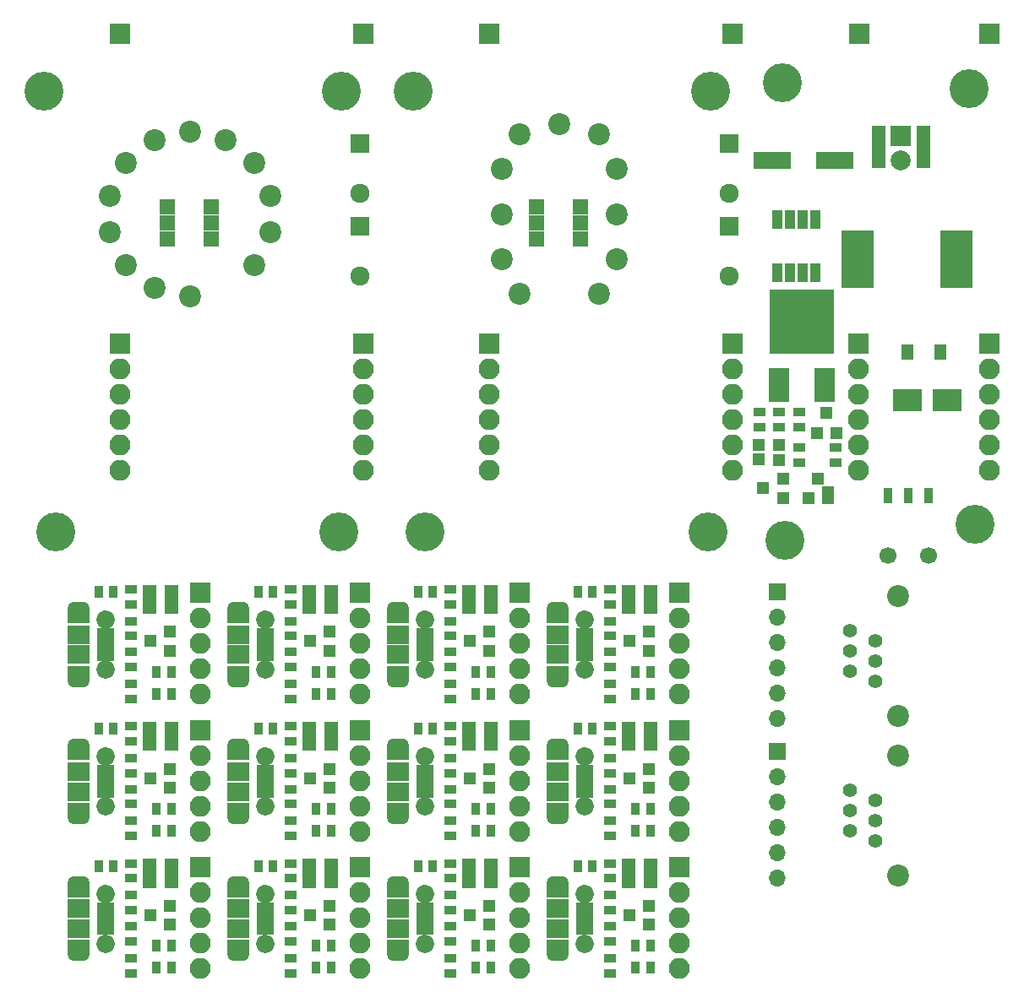
<source format=gts>
%MOIN*%
%OFA0B0*%
%FSLAX46Y46*%
%IPPOS*%
%LPD*%
%ADD10C,0.0039370078740157488*%
%ADD11R,0.0905511811023622X0.074803149606299218*%
%ADD12C,0.072834645669291348*%
%ADD13R,0.068897637795275593X0.031496062992125991*%
%ADD14O,0.0905511811023622X0.062992125984251982*%
%ADD15R,0.0905511811023622X0.062992125984251982*%
%ADD16R,0.051181102362204731X0.047244094488188976*%
%ADD17R,0.082677165354330714X0.082677165354330714*%
%ADD18O,0.082677165354330714X0.082677165354330714*%
%ADD19R,0.05748031496062992X0.041338582677165357*%
%ADD20R,0.051181102362204731X0.035433070866141732*%
%ADD21R,0.035433070866141732X0.051181102362204731*%
%ADD32C,0.0039370078740157488*%
%ADD33R,0.0905511811023622X0.074803149606299218*%
%ADD34C,0.072834645669291348*%
%ADD35R,0.068897637795275593X0.031496062992125991*%
%ADD36O,0.0905511811023622X0.062992125984251982*%
%ADD37R,0.0905511811023622X0.062992125984251982*%
%ADD38R,0.051181102362204731X0.047244094488188976*%
%ADD39R,0.082677165354330714X0.082677165354330714*%
%ADD40O,0.082677165354330714X0.082677165354330714*%
%ADD41R,0.05748031496062992X0.041338582677165357*%
%ADD42R,0.051181102362204731X0.035433070866141732*%
%ADD43R,0.035433070866141732X0.051181102362204731*%
%ADD44C,0.0039370078740157488*%
%ADD45R,0.0905511811023622X0.074803149606299218*%
%ADD46C,0.072834645669291348*%
%ADD47R,0.068897637795275593X0.031496062992125991*%
%ADD48O,0.0905511811023622X0.062992125984251982*%
%ADD49R,0.0905511811023622X0.062992125984251982*%
%ADD50R,0.051181102362204731X0.047244094488188976*%
%ADD51R,0.082677165354330714X0.082677165354330714*%
%ADD52O,0.082677165354330714X0.082677165354330714*%
%ADD53R,0.05748031496062992X0.041338582677165357*%
%ADD54R,0.051181102362204731X0.035433070866141732*%
%ADD55R,0.035433070866141732X0.051181102362204731*%
%ADD56C,0.0039370078740157488*%
%ADD57R,0.0905511811023622X0.074803149606299218*%
%ADD58C,0.072834645669291348*%
%ADD59R,0.068897637795275593X0.031496062992125991*%
%ADD60O,0.0905511811023622X0.062992125984251982*%
%ADD61R,0.0905511811023622X0.062992125984251982*%
%ADD62R,0.051181102362204731X0.047244094488188976*%
%ADD63R,0.082677165354330714X0.082677165354330714*%
%ADD64O,0.082677165354330714X0.082677165354330714*%
%ADD65R,0.05748031496062992X0.041338582677165357*%
%ADD66R,0.051181102362204731X0.035433070866141732*%
%ADD67R,0.035433070866141732X0.051181102362204731*%
%ADD68C,0.0039370078740157488*%
%ADD69R,0.0905511811023622X0.074803149606299218*%
%ADD70C,0.072834645669291348*%
%ADD71R,0.068897637795275593X0.031496062992125991*%
%ADD72O,0.0905511811023622X0.062992125984251982*%
%ADD73R,0.0905511811023622X0.062992125984251982*%
%ADD74R,0.051181102362204731X0.047244094488188976*%
%ADD75R,0.082677165354330714X0.082677165354330714*%
%ADD76O,0.082677165354330714X0.082677165354330714*%
%ADD77R,0.05748031496062992X0.041338582677165357*%
%ADD78R,0.051181102362204731X0.035433070866141732*%
%ADD79R,0.035433070866141732X0.051181102362204731*%
%ADD80C,0.0039370078740157488*%
%ADD81R,0.0905511811023622X0.074803149606299218*%
%ADD82C,0.072834645669291348*%
%ADD83R,0.068897637795275593X0.031496062992125991*%
%ADD84O,0.0905511811023622X0.062992125984251982*%
%ADD85R,0.0905511811023622X0.062992125984251982*%
%ADD86R,0.051181102362204731X0.047244094488188976*%
%ADD87R,0.082677165354330714X0.082677165354330714*%
%ADD88O,0.082677165354330714X0.082677165354330714*%
%ADD89R,0.05748031496062992X0.041338582677165357*%
%ADD90R,0.051181102362204731X0.035433070866141732*%
%ADD91R,0.035433070866141732X0.051181102362204731*%
%ADD92C,0.0039370078740157488*%
%ADD93R,0.0905511811023622X0.074803149606299218*%
%ADD94C,0.072834645669291348*%
%ADD95R,0.068897637795275593X0.031496062992125991*%
%ADD96O,0.0905511811023622X0.062992125984251982*%
%ADD97R,0.0905511811023622X0.062992125984251982*%
%ADD98R,0.051181102362204731X0.047244094488188976*%
%ADD99R,0.082677165354330714X0.082677165354330714*%
%ADD100O,0.082677165354330714X0.082677165354330714*%
%ADD101R,0.05748031496062992X0.041338582677165357*%
%ADD102R,0.051181102362204731X0.035433070866141732*%
%ADD103R,0.035433070866141732X0.051181102362204731*%
%ADD104C,0.0039370078740157488*%
%ADD105R,0.0905511811023622X0.074803149606299218*%
%ADD106C,0.072834645669291348*%
%ADD107R,0.068897637795275593X0.031496062992125991*%
%ADD108O,0.0905511811023622X0.062992125984251982*%
%ADD109R,0.0905511811023622X0.062992125984251982*%
%ADD110R,0.051181102362204731X0.047244094488188976*%
%ADD111R,0.082677165354330714X0.082677165354330714*%
%ADD112O,0.082677165354330714X0.082677165354330714*%
%ADD113R,0.05748031496062992X0.041338582677165357*%
%ADD114R,0.051181102362204731X0.035433070866141732*%
%ADD115R,0.035433070866141732X0.051181102362204731*%
%ADD116C,0.0039370078740157488*%
%ADD117R,0.0905511811023622X0.074803149606299218*%
%ADD118C,0.072834645669291348*%
%ADD119R,0.068897637795275593X0.031496062992125991*%
%ADD120O,0.0905511811023622X0.062992125984251982*%
%ADD121R,0.0905511811023622X0.062992125984251982*%
%ADD122R,0.051181102362204731X0.047244094488188976*%
%ADD123R,0.082677165354330714X0.082677165354330714*%
%ADD124O,0.082677165354330714X0.082677165354330714*%
%ADD125R,0.05748031496062992X0.041338582677165357*%
%ADD126R,0.051181102362204731X0.035433070866141732*%
%ADD127R,0.035433070866141732X0.051181102362204731*%
%ADD128C,0.0039370078740157488*%
%ADD129R,0.0905511811023622X0.074803149606299218*%
%ADD130C,0.072834645669291348*%
%ADD131R,0.068897637795275593X0.031496062992125991*%
%ADD132O,0.0905511811023622X0.062992125984251982*%
%ADD133R,0.0905511811023622X0.062992125984251982*%
%ADD134R,0.051181102362204731X0.047244094488188976*%
%ADD135R,0.082677165354330714X0.082677165354330714*%
%ADD136O,0.082677165354330714X0.082677165354330714*%
%ADD137R,0.05748031496062992X0.041338582677165357*%
%ADD138R,0.051181102362204731X0.035433070866141732*%
%ADD139R,0.035433070866141732X0.051181102362204731*%
%ADD140C,0.0039370078740157488*%
%ADD141R,0.0905511811023622X0.074803149606299218*%
%ADD142C,0.072834645669291348*%
%ADD143R,0.068897637795275593X0.031496062992125991*%
%ADD144O,0.0905511811023622X0.062992125984251982*%
%ADD145R,0.0905511811023622X0.062992125984251982*%
%ADD146R,0.051181102362204731X0.047244094488188976*%
%ADD147R,0.082677165354330714X0.082677165354330714*%
%ADD148O,0.082677165354330714X0.082677165354330714*%
%ADD149R,0.05748031496062992X0.041338582677165357*%
%ADD150R,0.051181102362204731X0.035433070866141732*%
%ADD151R,0.035433070866141732X0.051181102362204731*%
%ADD152C,0.0039370078740157488*%
%ADD153R,0.0905511811023622X0.074803149606299218*%
%ADD154C,0.072834645669291348*%
%ADD155R,0.068897637795275593X0.031496062992125991*%
%ADD156O,0.0905511811023622X0.062992125984251982*%
%ADD157R,0.0905511811023622X0.062992125984251982*%
%ADD158R,0.051181102362204731X0.047244094488188976*%
%ADD159R,0.082677165354330714X0.082677165354330714*%
%ADD160O,0.082677165354330714X0.082677165354330714*%
%ADD161R,0.05748031496062992X0.041338582677165357*%
%ADD162R,0.051181102362204731X0.035433070866141732*%
%ADD163R,0.035433070866141732X0.051181102362204731*%
%ADD164C,0.0039370078740157488*%
%ADD165R,0.080748031496063008X0.135748031496063*%
%ADD166R,0.255748031496063X0.255748031496063*%
%ADD167C,0.15354330708661418*%
%ADD168R,0.07874015748031496X0.07874015748031496*%
%ADD169C,0.07874015748031496*%
%ADD170R,0.055118110236220472X0.16535433070866143*%
%ADD171R,0.14960629921259844X0.070866141732283464*%
%ADD172R,0.035433070866141732X0.062992125984251982*%
%ADD173C,0.066929133858267723*%
%ADD174R,0.03937007874015748X0.076771653543307089*%
%ADD175R,0.12992125984251968X0.2283464566929134*%
%ADD176R,0.047244094488188976X0.051181102362204731*%
%ADD177R,0.051181102362204731X0.062992125984251982*%
%ADD178R,0.1141732283464567X0.086614173228346469*%
%ADD179R,0.082677165354330714X0.082677165354330714*%
%ADD180R,0.0452755905511811X0.047244094488188976*%
%ADD181R,0.051181102362204731X0.035433070866141732*%
%ADD182R,0.051181102362204731X0.047244094488188976*%
%ADD183R,0.047244094488188976X0.055118110236220472*%
%ADD184O,0.082677165354330714X0.082677165354330714*%
%ADD185C,0.0039370078740157488*%
%ADD186C,0.086614173228346469*%
%ADD187R,0.062992125984251982X0.062992125984251982*%
%ADD188C,0.15354330708661418*%
%ADD189R,0.07574803149606299X0.07574803149606299*%
%ADD190C,0.07574803149606299*%
%ADD191R,0.082677165354330714X0.082677165354330714*%
%ADD192O,0.082677165354330714X0.082677165354330714*%
%ADD193C,0.0039370078740157488*%
%ADD194C,0.15354330708661418*%
%ADD195C,0.086614173228346469*%
%ADD196R,0.062992125984251982X0.062992125984251982*%
%ADD197R,0.082677165354330714X0.082677165354330714*%
%ADD198O,0.082677165354330714X0.082677165354330714*%
%ADD199R,0.07574803149606299X0.07574803149606299*%
%ADD200C,0.07574803149606299*%
%ADD201C,0.0039370078740157488*%
%ADD202C,0.086614173228346469*%
%ADD203C,0.055118110236220472*%
%ADD204R,0.066929133858267723X0.066929133858267723*%
%ADD205O,0.066929133858267723X0.066929133858267723*%
%ADD206C,0.0039370078740157488*%
%ADD207C,0.086614173228346469*%
%ADD208C,0.055118110236220472*%
%ADD209R,0.066929133858267723X0.066929133858267723*%
%ADD210O,0.066929133858267723X0.066929133858267723*%
G01G01*
D10*
D11*
X0000196850Y0001181102D02*
X0000275984Y0001409448D03*
D12*
X0000382283Y0001547244D03*
D13*
X0000382283Y0001474409D03*
X0000382283Y0001500000D03*
X0000382283Y0001397637D03*
X0000382283Y0001423228D03*
X0000382283Y0001448818D03*
D12*
X0000382283Y0001350393D03*
D11*
X0000275984Y0001488188D03*
D14*
X0000275984Y0001586614D03*
X0000275984Y0001311023D03*
D15*
X0000275984Y0001334645D03*
X0000275984Y0001562992D03*
D16*
X0000635433Y0001424409D03*
X0000635433Y0001499212D03*
X0000556692Y0001461810D03*
D17*
X0000755905Y0001651574D03*
D18*
X0000755905Y0001551574D03*
X0000755905Y0001451574D03*
X0000755905Y0001351574D03*
X0000755905Y0001251574D03*
D19*
X0000553937Y0001664566D03*
X0000553937Y0001627165D03*
X0000553937Y0001589763D03*
X0000640551Y0001589763D03*
X0000640551Y0001664566D03*
X0000640551Y0001627165D03*
D20*
X0000481102Y0001666929D03*
X0000481102Y0001607874D03*
X0000481102Y0001481889D03*
X0000481102Y0001540944D03*
D21*
X0000412598Y0001656299D03*
X0000353543Y0001656299D03*
D20*
X0000481102Y0001360236D03*
X0000481102Y0001419291D03*
X0000481102Y0001292913D03*
X0000481102Y0001233858D03*
D21*
X0000640944Y0001254724D03*
X0000581889Y0001254724D03*
X0000640944Y0001340944D03*
X0000581889Y0001340944D03*
G04 next file*
G04 Gerber Fmt 4.6, Leading zero omitted, Abs format (unit mm)*
G04 Created by KiCad (PCBNEW 4.0.7) date 11/16/17 17:14:57*
G01G01*
G04 APERTURE LIST*
G04 APERTURE END LIST*
D32*
D33*
X0000196850Y0000639763D02*
X0000275984Y0000868110D03*
D34*
X0000382283Y0001005905D03*
D35*
X0000382283Y0000933070D03*
X0000382283Y0000958661D03*
X0000382283Y0000856299D03*
X0000382283Y0000881889D03*
X0000382283Y0000907480D03*
D34*
X0000382283Y0000809055D03*
D33*
X0000275984Y0000946850D03*
D36*
X0000275984Y0001045275D03*
X0000275984Y0000769685D03*
D37*
X0000275984Y0000793307D03*
X0000275984Y0001021653D03*
D38*
X0000635433Y0000883070D03*
X0000635433Y0000957874D03*
X0000556692Y0000920472D03*
D39*
X0000755905Y0001110236D03*
D40*
X0000755905Y0001010236D03*
X0000755905Y0000910236D03*
X0000755905Y0000810236D03*
X0000755905Y0000710236D03*
D41*
X0000553937Y0001123228D03*
X0000553937Y0001085826D03*
X0000553937Y0001048425D03*
X0000640551Y0001048425D03*
X0000640551Y0001123228D03*
X0000640551Y0001085826D03*
D42*
X0000481102Y0001125590D03*
X0000481102Y0001066535D03*
X0000481102Y0000940551D03*
X0000481102Y0000999606D03*
D43*
X0000412598Y0001114960D03*
X0000353543Y0001114960D03*
D42*
X0000481102Y0000818897D03*
X0000481102Y0000877952D03*
X0000481102Y0000751574D03*
X0000481102Y0000692519D03*
D43*
X0000640944Y0000713385D03*
X0000581889Y0000713385D03*
X0000640944Y0000799606D03*
X0000581889Y0000799606D03*
G04 next file*
G04 Gerber Fmt 4.6, Leading zero omitted, Abs format (unit mm)*
G04 Created by KiCad (PCBNEW 4.0.7) date 11/16/17 17:14:57*
G01G01*
G04 APERTURE LIST*
G04 APERTURE END LIST*
D44*
D45*
X0000196850Y0000098425D02*
X0000275984Y0000326771D03*
D46*
X0000382283Y0000464566D03*
D47*
X0000382283Y0000391732D03*
X0000382283Y0000417322D03*
X0000382283Y0000314960D03*
X0000382283Y0000340551D03*
X0000382283Y0000366141D03*
D46*
X0000382283Y0000267716D03*
D45*
X0000275984Y0000405511D03*
D48*
X0000275984Y0000503937D03*
X0000275984Y0000228346D03*
D49*
X0000275984Y0000251968D03*
X0000275984Y0000480314D03*
D50*
X0000635433Y0000341732D03*
X0000635433Y0000416535D03*
X0000556692Y0000379133D03*
D51*
X0000755905Y0000568897D03*
D52*
X0000755905Y0000468897D03*
X0000755905Y0000368897D03*
X0000755905Y0000268897D03*
X0000755905Y0000168897D03*
D53*
X0000553937Y0000581889D03*
X0000553937Y0000544488D03*
X0000553937Y0000507086D03*
X0000640551Y0000507086D03*
X0000640551Y0000581889D03*
X0000640551Y0000544488D03*
D54*
X0000481102Y0000584251D03*
X0000481102Y0000525196D03*
X0000481102Y0000399212D03*
X0000481102Y0000458267D03*
D55*
X0000412598Y0000573622D03*
X0000353543Y0000573622D03*
D54*
X0000481102Y0000277559D03*
X0000481102Y0000336614D03*
X0000481102Y0000210236D03*
X0000481102Y0000151181D03*
D55*
X0000640944Y0000172047D03*
X0000581889Y0000172047D03*
X0000640944Y0000258267D03*
X0000581889Y0000258267D03*
G04 next file*
G04 Gerber Fmt 4.6, Leading zero omitted, Abs format (unit mm)*
G04 Created by KiCad (PCBNEW 4.0.7) date 11/16/17 17:14:57*
G01G01*
G04 APERTURE LIST*
G04 APERTURE END LIST*
D56*
D57*
X0000826771Y0001181102D02*
X0000905905Y0001409448D03*
D58*
X0001012204Y0001547244D03*
D59*
X0001012204Y0001474409D03*
X0001012204Y0001500000D03*
X0001012204Y0001397637D03*
X0001012204Y0001423228D03*
X0001012204Y0001448818D03*
D58*
X0001012204Y0001350393D03*
D57*
X0000905905Y0001488188D03*
D60*
X0000905905Y0001586614D03*
X0000905905Y0001311023D03*
D61*
X0000905905Y0001334645D03*
X0000905905Y0001562992D03*
D62*
X0001265354Y0001424409D03*
X0001265354Y0001499212D03*
X0001186614Y0001461810D03*
D63*
X0001385826Y0001651574D03*
D64*
X0001385826Y0001551574D03*
X0001385826Y0001451574D03*
X0001385826Y0001351574D03*
X0001385826Y0001251574D03*
D65*
X0001183858Y0001664566D03*
X0001183858Y0001627165D03*
X0001183858Y0001589763D03*
X0001270472Y0001589763D03*
X0001270472Y0001664566D03*
X0001270472Y0001627165D03*
D66*
X0001111023Y0001666929D03*
X0001111023Y0001607874D03*
X0001111023Y0001481889D03*
X0001111023Y0001540944D03*
D67*
X0001042519Y0001656299D03*
X0000983464Y0001656299D03*
D66*
X0001111023Y0001360236D03*
X0001111023Y0001419291D03*
X0001111023Y0001292913D03*
X0001111023Y0001233858D03*
D67*
X0001270866Y0001254724D03*
X0001211811Y0001254724D03*
X0001270866Y0001340944D03*
X0001211811Y0001340944D03*
G04 next file*
G04 Gerber Fmt 4.6, Leading zero omitted, Abs format (unit mm)*
G04 Created by KiCad (PCBNEW 4.0.7) date 11/16/17 17:14:57*
G01G01*
G04 APERTURE LIST*
G04 APERTURE END LIST*
D68*
D69*
X0000826771Y0000639763D02*
X0000905905Y0000868110D03*
D70*
X0001012204Y0001005905D03*
D71*
X0001012204Y0000933070D03*
X0001012204Y0000958661D03*
X0001012204Y0000856299D03*
X0001012204Y0000881889D03*
X0001012204Y0000907480D03*
D70*
X0001012204Y0000809055D03*
D69*
X0000905905Y0000946850D03*
D72*
X0000905905Y0001045275D03*
X0000905905Y0000769685D03*
D73*
X0000905905Y0000793307D03*
X0000905905Y0001021653D03*
D74*
X0001265354Y0000883070D03*
X0001265354Y0000957874D03*
X0001186614Y0000920472D03*
D75*
X0001385826Y0001110236D03*
D76*
X0001385826Y0001010236D03*
X0001385826Y0000910236D03*
X0001385826Y0000810236D03*
X0001385826Y0000710236D03*
D77*
X0001183858Y0001123228D03*
X0001183858Y0001085826D03*
X0001183858Y0001048425D03*
X0001270472Y0001048425D03*
X0001270472Y0001123228D03*
X0001270472Y0001085826D03*
D78*
X0001111023Y0001125590D03*
X0001111023Y0001066535D03*
X0001111023Y0000940551D03*
X0001111023Y0000999606D03*
D79*
X0001042519Y0001114960D03*
X0000983464Y0001114960D03*
D78*
X0001111023Y0000818897D03*
X0001111023Y0000877952D03*
X0001111023Y0000751574D03*
X0001111023Y0000692519D03*
D79*
X0001270866Y0000713385D03*
X0001211811Y0000713385D03*
X0001270866Y0000799606D03*
X0001211811Y0000799606D03*
G04 next file*
G04 Gerber Fmt 4.6, Leading zero omitted, Abs format (unit mm)*
G04 Created by KiCad (PCBNEW 4.0.7) date 11/16/17 17:14:57*
G01G01*
G04 APERTURE LIST*
G04 APERTURE END LIST*
D80*
D81*
X0000826771Y0000098425D02*
X0000905905Y0000326771D03*
D82*
X0001012204Y0000464566D03*
D83*
X0001012204Y0000391732D03*
X0001012204Y0000417322D03*
X0001012204Y0000314960D03*
X0001012204Y0000340551D03*
X0001012204Y0000366141D03*
D82*
X0001012204Y0000267716D03*
D81*
X0000905905Y0000405511D03*
D84*
X0000905905Y0000503937D03*
X0000905905Y0000228346D03*
D85*
X0000905905Y0000251968D03*
X0000905905Y0000480314D03*
D86*
X0001265354Y0000341732D03*
X0001265354Y0000416535D03*
X0001186614Y0000379133D03*
D87*
X0001385826Y0000568897D03*
D88*
X0001385826Y0000468897D03*
X0001385826Y0000368897D03*
X0001385826Y0000268897D03*
X0001385826Y0000168897D03*
D89*
X0001183858Y0000581889D03*
X0001183858Y0000544488D03*
X0001183858Y0000507086D03*
X0001270472Y0000507086D03*
X0001270472Y0000581889D03*
X0001270472Y0000544488D03*
D90*
X0001111023Y0000584251D03*
X0001111023Y0000525196D03*
X0001111023Y0000399212D03*
X0001111023Y0000458267D03*
D91*
X0001042519Y0000573622D03*
X0000983464Y0000573622D03*
D90*
X0001111023Y0000277559D03*
X0001111023Y0000336614D03*
X0001111023Y0000210236D03*
X0001111023Y0000151181D03*
D91*
X0001270866Y0000172047D03*
X0001211811Y0000172047D03*
X0001270866Y0000258267D03*
X0001211811Y0000258267D03*
G04 next file*
G04 Gerber Fmt 4.6, Leading zero omitted, Abs format (unit mm)*
G04 Created by KiCad (PCBNEW 4.0.7) date 11/16/17 17:14:57*
G01G01*
G04 APERTURE LIST*
G04 APERTURE END LIST*
D92*
D93*
X0001456692Y0001181102D02*
X0001535826Y0001409448D03*
D94*
X0001642125Y0001547244D03*
D95*
X0001642125Y0001474409D03*
X0001642125Y0001500000D03*
X0001642125Y0001397637D03*
X0001642125Y0001423228D03*
X0001642125Y0001448818D03*
D94*
X0001642125Y0001350393D03*
D93*
X0001535826Y0001488188D03*
D96*
X0001535826Y0001586614D03*
X0001535826Y0001311023D03*
D97*
X0001535826Y0001334645D03*
X0001535826Y0001562992D03*
D98*
X0001895275Y0001424409D03*
X0001895275Y0001499212D03*
X0001816535Y0001461810D03*
D99*
X0002015748Y0001651574D03*
D100*
X0002015748Y0001551574D03*
X0002015748Y0001451574D03*
X0002015748Y0001351574D03*
X0002015748Y0001251574D03*
D101*
X0001813779Y0001664566D03*
X0001813779Y0001627165D03*
X0001813779Y0001589763D03*
X0001900393Y0001589763D03*
X0001900393Y0001664566D03*
X0001900393Y0001627165D03*
D102*
X0001740944Y0001666929D03*
X0001740944Y0001607874D03*
X0001740944Y0001481889D03*
X0001740944Y0001540944D03*
D103*
X0001672440Y0001656299D03*
X0001613385Y0001656299D03*
D102*
X0001740944Y0001360236D03*
X0001740944Y0001419291D03*
X0001740944Y0001292913D03*
X0001740944Y0001233858D03*
D103*
X0001900787Y0001254724D03*
X0001841732Y0001254724D03*
X0001900787Y0001340944D03*
X0001841732Y0001340944D03*
G04 next file*
G04 Gerber Fmt 4.6, Leading zero omitted, Abs format (unit mm)*
G04 Created by KiCad (PCBNEW 4.0.7) date 11/16/17 17:14:57*
G01G01*
G04 APERTURE LIST*
G04 APERTURE END LIST*
D104*
D105*
X0001456692Y0000639763D02*
X0001535826Y0000868110D03*
D106*
X0001642125Y0001005905D03*
D107*
X0001642125Y0000933070D03*
X0001642125Y0000958661D03*
X0001642125Y0000856299D03*
X0001642125Y0000881889D03*
X0001642125Y0000907480D03*
D106*
X0001642125Y0000809055D03*
D105*
X0001535826Y0000946850D03*
D108*
X0001535826Y0001045275D03*
X0001535826Y0000769685D03*
D109*
X0001535826Y0000793307D03*
X0001535826Y0001021653D03*
D110*
X0001895275Y0000883070D03*
X0001895275Y0000957874D03*
X0001816535Y0000920472D03*
D111*
X0002015748Y0001110236D03*
D112*
X0002015748Y0001010236D03*
X0002015748Y0000910236D03*
X0002015748Y0000810236D03*
X0002015748Y0000710236D03*
D113*
X0001813779Y0001123228D03*
X0001813779Y0001085826D03*
X0001813779Y0001048425D03*
X0001900393Y0001048425D03*
X0001900393Y0001123228D03*
X0001900393Y0001085826D03*
D114*
X0001740944Y0001125590D03*
X0001740944Y0001066535D03*
X0001740944Y0000940551D03*
X0001740944Y0000999606D03*
D115*
X0001672440Y0001114960D03*
X0001613385Y0001114960D03*
D114*
X0001740944Y0000818897D03*
X0001740944Y0000877952D03*
X0001740944Y0000751574D03*
X0001740944Y0000692519D03*
D115*
X0001900787Y0000713385D03*
X0001841732Y0000713385D03*
X0001900787Y0000799606D03*
X0001841732Y0000799606D03*
G04 next file*
G04 Gerber Fmt 4.6, Leading zero omitted, Abs format (unit mm)*
G04 Created by KiCad (PCBNEW 4.0.7) date 11/16/17 17:14:57*
G01G01*
G04 APERTURE LIST*
G04 APERTURE END LIST*
D116*
D117*
X0001456692Y0000098425D02*
X0001535826Y0000326771D03*
D118*
X0001642125Y0000464566D03*
D119*
X0001642125Y0000391732D03*
X0001642125Y0000417322D03*
X0001642125Y0000314960D03*
X0001642125Y0000340551D03*
X0001642125Y0000366141D03*
D118*
X0001642125Y0000267716D03*
D117*
X0001535826Y0000405511D03*
D120*
X0001535826Y0000503937D03*
X0001535826Y0000228346D03*
D121*
X0001535826Y0000251968D03*
X0001535826Y0000480314D03*
D122*
X0001895275Y0000341732D03*
X0001895275Y0000416535D03*
X0001816535Y0000379133D03*
D123*
X0002015748Y0000568897D03*
D124*
X0002015748Y0000468897D03*
X0002015748Y0000368897D03*
X0002015748Y0000268897D03*
X0002015748Y0000168897D03*
D125*
X0001813779Y0000581889D03*
X0001813779Y0000544488D03*
X0001813779Y0000507086D03*
X0001900393Y0000507086D03*
X0001900393Y0000581889D03*
X0001900393Y0000544488D03*
D126*
X0001740944Y0000584251D03*
X0001740944Y0000525196D03*
X0001740944Y0000399212D03*
X0001740944Y0000458267D03*
D127*
X0001672440Y0000573622D03*
X0001613385Y0000573622D03*
D126*
X0001740944Y0000277559D03*
X0001740944Y0000336614D03*
X0001740944Y0000210236D03*
X0001740944Y0000151181D03*
D127*
X0001900787Y0000172047D03*
X0001841732Y0000172047D03*
X0001900787Y0000258267D03*
X0001841732Y0000258267D03*
G04 next file*
G04 Gerber Fmt 4.6, Leading zero omitted, Abs format (unit mm)*
G04 Created by KiCad (PCBNEW 4.0.7) date 11/16/17 17:14:57*
G01G01*
G04 APERTURE LIST*
G04 APERTURE END LIST*
D128*
D129*
X0002086614Y0001181102D02*
X0002165748Y0001409448D03*
D130*
X0002272047Y0001547244D03*
D131*
X0002272047Y0001474409D03*
X0002272047Y0001500000D03*
X0002272047Y0001397637D03*
X0002272047Y0001423228D03*
X0002272047Y0001448818D03*
D130*
X0002272047Y0001350393D03*
D129*
X0002165748Y0001488188D03*
D132*
X0002165748Y0001586614D03*
X0002165748Y0001311023D03*
D133*
X0002165748Y0001334645D03*
X0002165748Y0001562992D03*
D134*
X0002525196Y0001424409D03*
X0002525196Y0001499212D03*
X0002446456Y0001461810D03*
D135*
X0002645669Y0001651574D03*
D136*
X0002645669Y0001551574D03*
X0002645669Y0001451574D03*
X0002645669Y0001351574D03*
X0002645669Y0001251574D03*
D137*
X0002443700Y0001664566D03*
X0002443700Y0001627165D03*
X0002443700Y0001589763D03*
X0002530314Y0001589763D03*
X0002530314Y0001664566D03*
X0002530314Y0001627165D03*
D138*
X0002370866Y0001666929D03*
X0002370866Y0001607874D03*
X0002370866Y0001481889D03*
X0002370866Y0001540944D03*
D139*
X0002302362Y0001656299D03*
X0002243307Y0001656299D03*
D138*
X0002370866Y0001360236D03*
X0002370866Y0001419291D03*
X0002370866Y0001292913D03*
X0002370866Y0001233858D03*
D139*
X0002530708Y0001254724D03*
X0002471653Y0001254724D03*
X0002530708Y0001340944D03*
X0002471653Y0001340944D03*
G04 next file*
G04 Gerber Fmt 4.6, Leading zero omitted, Abs format (unit mm)*
G04 Created by KiCad (PCBNEW 4.0.7) date 11/16/17 17:14:57*
G01G01*
G04 APERTURE LIST*
G04 APERTURE END LIST*
D140*
D141*
X0002086614Y0000639763D02*
X0002165748Y0000868110D03*
D142*
X0002272047Y0001005905D03*
D143*
X0002272047Y0000933070D03*
X0002272047Y0000958661D03*
X0002272047Y0000856299D03*
X0002272047Y0000881889D03*
X0002272047Y0000907480D03*
D142*
X0002272047Y0000809055D03*
D141*
X0002165748Y0000946850D03*
D144*
X0002165748Y0001045275D03*
X0002165748Y0000769685D03*
D145*
X0002165748Y0000793307D03*
X0002165748Y0001021653D03*
D146*
X0002525196Y0000883070D03*
X0002525196Y0000957874D03*
X0002446456Y0000920472D03*
D147*
X0002645669Y0001110236D03*
D148*
X0002645669Y0001010236D03*
X0002645669Y0000910236D03*
X0002645669Y0000810236D03*
X0002645669Y0000710236D03*
D149*
X0002443700Y0001123228D03*
X0002443700Y0001085826D03*
X0002443700Y0001048425D03*
X0002530314Y0001048425D03*
X0002530314Y0001123228D03*
X0002530314Y0001085826D03*
D150*
X0002370866Y0001125590D03*
X0002370866Y0001066535D03*
X0002370866Y0000940551D03*
X0002370866Y0000999606D03*
D151*
X0002302362Y0001114960D03*
X0002243307Y0001114960D03*
D150*
X0002370866Y0000818897D03*
X0002370866Y0000877952D03*
X0002370866Y0000751574D03*
X0002370866Y0000692519D03*
D151*
X0002530708Y0000713385D03*
X0002471653Y0000713385D03*
X0002530708Y0000799606D03*
X0002471653Y0000799606D03*
G04 next file*
G04 Gerber Fmt 4.6, Leading zero omitted, Abs format (unit mm)*
G04 Created by KiCad (PCBNEW 4.0.7) date 11/16/17 17:14:57*
G01G01*
G04 APERTURE LIST*
G04 APERTURE END LIST*
D152*
D153*
X0002086614Y0000098425D02*
X0002165748Y0000326771D03*
D154*
X0002272047Y0000464566D03*
D155*
X0002272047Y0000391732D03*
X0002272047Y0000417322D03*
X0002272047Y0000314960D03*
X0002272047Y0000340551D03*
X0002272047Y0000366141D03*
D154*
X0002272047Y0000267716D03*
D153*
X0002165748Y0000405511D03*
D156*
X0002165748Y0000503937D03*
X0002165748Y0000228346D03*
D157*
X0002165748Y0000251968D03*
X0002165748Y0000480314D03*
D158*
X0002525196Y0000341732D03*
X0002525196Y0000416535D03*
X0002446456Y0000379133D03*
D159*
X0002645669Y0000568897D03*
D160*
X0002645669Y0000468897D03*
X0002645669Y0000368897D03*
X0002645669Y0000268897D03*
X0002645669Y0000168897D03*
D161*
X0002443700Y0000581889D03*
X0002443700Y0000544488D03*
X0002443700Y0000507086D03*
X0002530314Y0000507086D03*
X0002530314Y0000581889D03*
X0002530314Y0000544488D03*
D162*
X0002370866Y0000584251D03*
X0002370866Y0000525196D03*
X0002370866Y0000399212D03*
X0002370866Y0000458267D03*
D163*
X0002302362Y0000573622D03*
X0002243307Y0000573622D03*
D162*
X0002370866Y0000277559D03*
X0002370866Y0000336614D03*
X0002370866Y0000210236D03*
X0002370866Y0000151181D03*
D163*
X0002530708Y0000172047D03*
X0002471653Y0000172047D03*
X0002530708Y0000258267D03*
X0002471653Y0000258267D03*
G04 next file*
G04 Gerber Fmt 4.6, Leading zero omitted, Abs format (unit mm)*
G04 Created by KiCad (PCBNEW 4.0.7) date 11/16/17 22:09:06*
G01G01*
G04 APERTURE LIST*
G04 APERTURE END LIST*
D164*
D165*
X0002913385Y0003937007D02*
X0003036535Y0002472440D03*
D166*
X0003126535Y0002722440D03*
D165*
X0003216535Y0002472440D03*
D167*
X0003810236Y0001924409D03*
X0003062992Y0001858267D03*
X0003787401Y0003641732D03*
X0003051181Y0003665354D03*
D168*
X0003519685Y0003457677D03*
D169*
X0003519685Y0003359251D03*
D170*
X0003431102Y0003413385D03*
X0003608267Y0003413385D03*
D171*
X0003012598Y0003358267D03*
X0003256692Y0003358267D03*
D172*
X0003548425Y0002035039D03*
X0003627165Y0002035039D03*
X0003469685Y0002035039D03*
D173*
X0003469685Y0001798818D03*
X0003627165Y0001798818D03*
D174*
X0003031299Y0002915354D03*
X0003081299Y0002915354D03*
X0003131299Y0002915354D03*
X0003181299Y0002915354D03*
X0003181299Y0003127952D03*
X0003131299Y0003127952D03*
X0003081299Y0003127952D03*
X0003031299Y0003127952D03*
D175*
X0003738582Y0002970472D03*
X0003346456Y0002970472D03*
D176*
X0003188976Y0002283464D03*
X0003263779Y0002283464D03*
X0003226377Y0002362204D03*
D177*
X0003545275Y0002602362D03*
X0003675196Y0002602362D03*
D178*
X0003545275Y0002413385D03*
X0003702755Y0002413385D03*
D179*
X0003354330Y0003858267D03*
D180*
X0003037401Y0002177165D03*
X0003037401Y0002236220D03*
X0002956692Y0002179133D03*
X0002956692Y0002238188D03*
D181*
X0002960629Y0002365157D03*
X0002960629Y0002306102D03*
X0003118110Y0002306102D03*
X0003118110Y0002365157D03*
X0003039370Y0002365157D03*
X0003039370Y0002306102D03*
D182*
X0003053149Y0002027559D03*
X0003053149Y0002102362D03*
X0002974409Y0002064960D03*
D181*
X0003118110Y0002167322D03*
X0003118110Y0002226377D03*
X0003259842Y0002226377D03*
X0003259842Y0002167322D03*
D176*
X0003155511Y0002025590D03*
X0003230314Y0002025590D03*
X0003192913Y0002104330D03*
D183*
X0003230314Y0002047244D03*
D179*
X0003868110Y0002637795D03*
D184*
X0003868110Y0002537795D03*
X0003868110Y0002437795D03*
X0003868110Y0002337795D03*
X0003868110Y0002237795D03*
X0003868110Y0002137795D03*
D179*
X0003350393Y0002637795D03*
D184*
X0003350393Y0002537795D03*
X0003350393Y0002437795D03*
X0003350393Y0002337795D03*
X0003350393Y0002237795D03*
X0003350393Y0002137795D03*
D179*
X0003868110Y0003858267D03*
G04 next file*
G04 Gerber Fmt 4.6, Leading zero omitted, Abs format (unit mm)*
G04 Created by KiCad (PCBNEW 4.0.7) date 11/16/17 20:56:22*
G01G01*
G04 APERTURE LIST*
G04 APERTURE END LIST*
D185*
D186*
X0001456692Y0003937007D02*
X0002397368Y0003325362D03*
X0002397368Y0003148196D03*
X0002397368Y0002971031D03*
X0001944612Y0003325362D03*
X0001944612Y0003148196D03*
X0001944612Y0002971031D03*
X0002013510Y0003463157D03*
X0002328470Y0003463157D03*
X0002013510Y0002833236D03*
X0002328470Y0002833236D03*
X0002170990Y0003502527D03*
D187*
X0002253937Y0003175196D03*
X0002253937Y0003112204D03*
X0002080708Y0003175196D03*
X0002080708Y0003112204D03*
X0002080708Y0003049212D03*
X0002253937Y0003049212D03*
D188*
X0002757086Y0001893700D03*
X0001641732Y0001893700D03*
X0001594488Y0003633858D03*
X0002767716Y0003633858D03*
D189*
X0002840551Y0003427165D03*
D190*
X0002840551Y0003230314D03*
D189*
X0002842519Y0003098425D03*
D190*
X0002842519Y0002901574D03*
D191*
X0001893700Y0002637795D03*
D192*
X0001893700Y0002537795D03*
X0001893700Y0002437795D03*
X0001893700Y0002337795D03*
X0001893700Y0002237795D03*
X0001893700Y0002137795D03*
D191*
X0002854330Y0002637795D03*
D192*
X0002854330Y0002537795D03*
X0002854330Y0002437795D03*
X0002854330Y0002337795D03*
X0002854330Y0002237795D03*
X0002854330Y0002137795D03*
D191*
X0002856299Y0003858267D03*
X0001893700Y0003858267D03*
G04 next file*
G04 Gerber Fmt 4.6, Leading zero omitted, Abs format (unit mm)*
G04 Created by KiCad (PCBNEW 4.0.7) date 11/16/17 21:01:15*
G01G01*
G04 APERTURE LIST*
G04 APERTURE END LIST*
D193*
D194*
X0000000000Y0003937007D02*
X0001311023Y0003633858D03*
X0000137795Y0003633858D03*
X0000185039Y0001893700D03*
X0001300393Y0001893700D03*
D195*
X0000714297Y0003473000D03*
X0000573370Y0003440834D03*
X0000460356Y0003350708D03*
X0000397637Y0003220472D03*
X0000397637Y0003075921D03*
X0000460356Y0002945685D03*
X0000573370Y0002855559D03*
X0000714297Y0002823393D03*
X0000968238Y0002945685D03*
X0001030957Y0003075921D03*
X0001030957Y0003220472D03*
X0000968238Y0003350708D03*
X0000855224Y0003440834D03*
D196*
X0000797244Y0003175196D03*
X0000797244Y0003112204D03*
X0000624015Y0003175196D03*
X0000624015Y0003112204D03*
X0000624015Y0003049212D03*
X0000797244Y0003049212D03*
D197*
X0000437007Y0003858267D03*
X0000437007Y0002637795D03*
D198*
X0000437007Y0002537795D03*
X0000437007Y0002437795D03*
X0000437007Y0002337795D03*
X0000437007Y0002237795D03*
X0000437007Y0002137795D03*
D197*
X0001399606Y0003858267D03*
X0001397637Y0002637795D03*
D198*
X0001397637Y0002537795D03*
X0001397637Y0002437795D03*
X0001397637Y0002337795D03*
X0001397637Y0002237795D03*
X0001397637Y0002137795D03*
D199*
X0001385826Y0003098425D03*
D200*
X0001385826Y0002901574D03*
D199*
X0001383858Y0003427165D03*
D200*
X0001383858Y0003230314D03*
G04 next file*
G04 Gerber Fmt 4.6, Leading zero omitted, Abs format (unit mm)*
G04 Created by KiCad (PCBNEW 4.0.7) date 11/16/17 21:03:46*
G01G01*
G04 APERTURE LIST*
G04 APERTURE END LIST*
D201*
D202*
X0002913385Y0001090551D02*
X0003508267Y0001167322D03*
X0003508267Y0001639763D03*
D203*
X0003417716Y0001303543D03*
X0003317716Y0001343503D03*
X0003417716Y0001383464D03*
X0003317716Y0001423425D03*
X0003417716Y0001463385D03*
X0003317716Y0001503346D03*
D204*
X0003031496Y0001655511D03*
D205*
X0003031496Y0001555511D03*
X0003031496Y0001455511D03*
X0003031496Y0001355511D03*
X0003031496Y0001255511D03*
X0003031496Y0001155511D03*
G04 next file*
G04 Gerber Fmt 4.6, Leading zero omitted, Abs format (unit mm)*
G04 Created by KiCad (PCBNEW 4.0.7) date 11/16/17 21:03:46*
G01G01*
G04 APERTURE LIST*
G04 APERTURE END LIST*
D206*
D207*
X0002913385Y0000460629D02*
X0003508267Y0000537401D03*
X0003508267Y0001009842D03*
D208*
X0003417716Y0000673622D03*
X0003317716Y0000713582D03*
X0003417716Y0000753543D03*
X0003317716Y0000793503D03*
X0003417716Y0000833464D03*
X0003317716Y0000873424D03*
D209*
X0003031496Y0001025590D03*
D210*
X0003031496Y0000925590D03*
X0003031496Y0000825590D03*
X0003031496Y0000725590D03*
X0003031496Y0000625590D03*
X0003031496Y0000525590D03*
M02*
</source>
